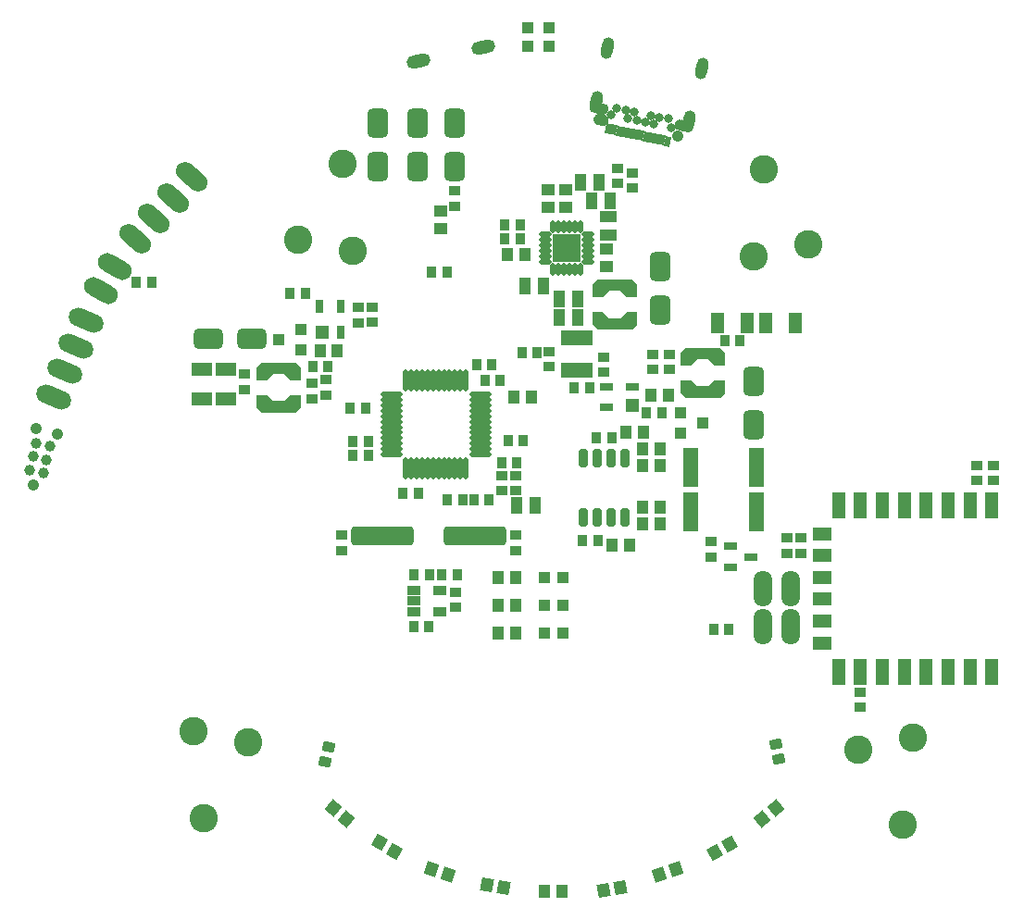
<source format=gts>
G04 Layer_Color=8388736*
%FSLAX25Y25*%
%MOIN*%
G70*
G01*
G75*
%ADD13R,0.07874X0.01968*%
%ADD34R,0.03937X0.03937*%
%ADD35R,0.03937X0.03937*%
G04:AMPARAMS|DCode=92|XSize=106.42mil|YSize=74.93mil|CornerRadius=20.73mil|HoleSize=0mil|Usage=FLASHONLY|Rotation=270.000|XOffset=0mil|YOffset=0mil|HoleType=Round|Shape=RoundedRectangle|*
%AMROUNDEDRECTD92*
21,1,0.10642,0.03347,0,0,270.0*
21,1,0.06496,0.07493,0,0,270.0*
1,1,0.04146,-0.01673,-0.03248*
1,1,0.04146,-0.01673,0.03248*
1,1,0.04146,0.01673,0.03248*
1,1,0.04146,0.01673,-0.03248*
%
%ADD92ROUNDEDRECTD92*%
%ADD93R,0.03556X0.04343*%
G04:AMPARAMS|DCode=94|XSize=20.6mil|YSize=35.56mil|CornerRadius=0mil|HoleSize=0mil|Usage=FLASHONLY|Rotation=168.000|XOffset=0mil|YOffset=0mil|HoleType=Round|Shape=Rectangle|*
%AMROTATEDRECTD94*
4,1,4,0.01377,0.01525,0.00638,-0.01953,-0.01377,-0.01525,-0.00638,0.01953,0.01377,0.01525,0.0*
%
%ADD94ROTATEDRECTD94*%

%ADD95R,0.05721X0.13989*%
%ADD96R,0.04343X0.03556*%
%ADD97R,0.11430X0.05328*%
G04:AMPARAMS|DCode=98|XSize=47.37mil|YSize=43.43mil|CornerRadius=0mil|HoleSize=0mil|Usage=FLASHONLY|Rotation=130.000|XOffset=0mil|YOffset=0mil|HoleType=Round|Shape=Rectangle|*
%AMROTATEDRECTD98*
4,1,4,0.03186,-0.00418,-0.00141,-0.03210,-0.03186,0.00418,0.00141,0.03210,0.03186,-0.00418,0.0*
%
%ADD98ROTATEDRECTD98*%

G04:AMPARAMS|DCode=99|XSize=47.37mil|YSize=43.43mil|CornerRadius=0mil|HoleSize=0mil|Usage=FLASHONLY|Rotation=120.000|XOffset=0mil|YOffset=0mil|HoleType=Round|Shape=Rectangle|*
%AMROTATEDRECTD99*
4,1,4,0.03065,-0.00965,-0.00696,-0.03137,-0.03065,0.00965,0.00696,0.03137,0.03065,-0.00965,0.0*
%
%ADD99ROTATEDRECTD99*%

G04:AMPARAMS|DCode=100|XSize=47.37mil|YSize=43.43mil|CornerRadius=0mil|HoleSize=0mil|Usage=FLASHONLY|Rotation=110.000|XOffset=0mil|YOffset=0mil|HoleType=Round|Shape=Rectangle|*
%AMROTATEDRECTD100*
4,1,4,0.02851,-0.01483,-0.01231,-0.02968,-0.02851,0.01483,0.01231,0.02968,0.02851,-0.01483,0.0*
%
%ADD100ROTATEDRECTD100*%

G04:AMPARAMS|DCode=101|XSize=47.37mil|YSize=43.43mil|CornerRadius=0mil|HoleSize=0mil|Usage=FLASHONLY|Rotation=100.000|XOffset=0mil|YOffset=0mil|HoleType=Round|Shape=Rectangle|*
%AMROTATEDRECTD101*
4,1,4,0.02550,-0.01955,-0.01727,-0.02710,-0.02550,0.01955,0.01727,0.02710,0.02550,-0.01955,0.0*
%
%ADD101ROTATEDRECTD101*%

%ADD102R,0.04343X0.04737*%
G04:AMPARAMS|DCode=103|XSize=47.37mil|YSize=43.43mil|CornerRadius=0mil|HoleSize=0mil|Usage=FLASHONLY|Rotation=80.000|XOffset=0mil|YOffset=0mil|HoleType=Round|Shape=Rectangle|*
%AMROTATEDRECTD103*
4,1,4,0.01727,-0.02710,-0.02550,-0.01955,-0.01727,0.02710,0.02550,0.01955,0.01727,-0.02710,0.0*
%
%ADD103ROTATEDRECTD103*%

G04:AMPARAMS|DCode=104|XSize=47.37mil|YSize=43.43mil|CornerRadius=0mil|HoleSize=0mil|Usage=FLASHONLY|Rotation=70.000|XOffset=0mil|YOffset=0mil|HoleType=Round|Shape=Rectangle|*
%AMROTATEDRECTD104*
4,1,4,0.01231,-0.02968,-0.02851,-0.01483,-0.01231,0.02968,0.02851,0.01483,0.01231,-0.02968,0.0*
%
%ADD104ROTATEDRECTD104*%

G04:AMPARAMS|DCode=105|XSize=47.37mil|YSize=43.43mil|CornerRadius=0mil|HoleSize=0mil|Usage=FLASHONLY|Rotation=60.000|XOffset=0mil|YOffset=0mil|HoleType=Round|Shape=Rectangle|*
%AMROTATEDRECTD105*
4,1,4,0.00696,-0.03137,-0.03065,-0.00965,-0.00696,0.03137,0.03065,0.00965,0.00696,-0.03137,0.0*
%
%ADD105ROTATEDRECTD105*%

G04:AMPARAMS|DCode=106|XSize=47.37mil|YSize=43.43mil|CornerRadius=0mil|HoleSize=0mil|Usage=FLASHONLY|Rotation=50.000|XOffset=0mil|YOffset=0mil|HoleType=Round|Shape=Rectangle|*
%AMROTATEDRECTD106*
4,1,4,0.00141,-0.03210,-0.03186,-0.00418,-0.00141,0.03210,0.03186,0.00418,0.00141,-0.03210,0.0*
%
%ADD106ROTATEDRECTD106*%

G04:AMPARAMS|DCode=107|XSize=43.43mil|YSize=35.56mil|CornerRadius=0mil|HoleSize=0mil|Usage=FLASHONLY|Rotation=192.000|XOffset=0mil|YOffset=0mil|HoleType=Round|Shape=Rectangle|*
%AMROTATEDRECTD107*
4,1,4,0.01755,0.02191,0.02494,-0.01288,-0.01755,-0.02191,-0.02494,0.01288,0.01755,0.02191,0.0*
%
%ADD107ROTATEDRECTD107*%

G04:AMPARAMS|DCode=108|XSize=43.43mil|YSize=35.56mil|CornerRadius=0mil|HoleSize=0mil|Usage=FLASHONLY|Rotation=168.000|XOffset=0mil|YOffset=0mil|HoleType=Round|Shape=Rectangle|*
%AMROTATEDRECTD108*
4,1,4,0.02494,0.01288,0.01755,-0.02191,-0.02494,-0.01288,-0.01755,0.02191,0.02494,0.01288,0.0*
%
%ADD108ROTATEDRECTD108*%

%ADD109R,0.04147X0.05918*%
%ADD110R,0.04737X0.04343*%
%ADD111R,0.05918X0.04147*%
%ADD112R,0.04540X0.07493*%
%ADD113R,0.07493X0.04540*%
G04:AMPARAMS|DCode=114|XSize=106.42mil|YSize=74.93mil|CornerRadius=20.73mil|HoleSize=0mil|Usage=FLASHONLY|Rotation=180.000|XOffset=0mil|YOffset=0mil|HoleType=Round|Shape=RoundedRectangle|*
%AMROUNDEDRECTD114*
21,1,0.10642,0.03347,0,0,180.0*
21,1,0.06496,0.07493,0,0,180.0*
1,1,0.04146,-0.03248,0.01673*
1,1,0.04146,0.03248,0.01673*
1,1,0.04146,0.03248,-0.01673*
1,1,0.04146,-0.03248,-0.01673*
%
%ADD114ROUNDEDRECTD114*%
%ADD115R,0.04737X0.04737*%
%ADD116R,0.04737X0.03162*%
%ADD117R,0.04737X0.04737*%
%ADD118R,0.03162X0.04737*%
%ADD119R,0.04343X0.03950*%
G04:AMPARAMS|DCode=120|XSize=86.74mil|YSize=47.37mil|CornerRadius=0mil|HoleSize=0mil|Usage=FLASHONLY|Rotation=12.000|XOffset=0mil|YOffset=0mil|HoleType=Round|Shape=Round|*
%AMOVALD120*
21,1,0.03937,0.04737,0.00000,0.00000,12.0*
1,1,0.04737,-0.01925,-0.00409*
1,1,0.04737,0.01925,0.00409*
%
%ADD120OVALD120*%

%ADD121R,0.05131X0.03359*%
G04:AMPARAMS|DCode=122|XSize=31.62mil|YSize=65.09mil|CornerRadius=6.01mil|HoleSize=0mil|Usage=FLASHONLY|Rotation=180.000|XOffset=0mil|YOffset=0mil|HoleType=Round|Shape=RoundedRectangle|*
%AMROUNDEDRECTD122*
21,1,0.03162,0.05307,0,0,180.0*
21,1,0.01961,0.06509,0,0,180.0*
1,1,0.01202,-0.00980,0.02653*
1,1,0.01202,0.00980,0.02653*
1,1,0.01202,0.00980,-0.02653*
1,1,0.01202,-0.00980,-0.02653*
%
%ADD122ROUNDEDRECTD122*%
%ADD123O,0.07887X0.01981*%
%ADD124O,0.01981X0.07887*%
%ADD125C,0.03900*%
G04:AMPARAMS|DCode=126|XSize=224.53mil|YSize=67.06mil|CornerRadius=11.38mil|HoleSize=0mil|Usage=FLASHONLY|Rotation=180.000|XOffset=0mil|YOffset=0mil|HoleType=Round|Shape=RoundedRectangle|*
%AMROUNDEDRECTD126*
21,1,0.22453,0.04429,0,0,180.0*
21,1,0.20177,0.06706,0,0,180.0*
1,1,0.02276,-0.10089,0.02215*
1,1,0.02276,0.10089,0.02215*
1,1,0.02276,0.10089,-0.02215*
1,1,0.02276,-0.10089,-0.02215*
%
%ADD126ROUNDEDRECTD126*%
%ADD127O,0.01784X0.04540*%
%ADD128O,0.04540X0.01784*%
%ADD129R,0.10446X0.10446*%
%ADD130R,0.04737X0.09658*%
%ADD131R,0.06706X0.04737*%
%ADD132R,0.05131X0.03162*%
G04:AMPARAMS|DCode=133|XSize=78.87mil|YSize=43.43mil|CornerRadius=0mil|HoleSize=0mil|Usage=FLASHONLY|Rotation=258.000|XOffset=0mil|YOffset=0mil|HoleType=Round|Shape=Round|*
%AMOVALD133*
21,1,0.03543,0.04343,0.00000,0.00000,258.0*
1,1,0.04343,0.00368,0.01733*
1,1,0.04343,-0.00368,-0.01733*
%
%ADD133OVALD133*%

%ADD134C,0.03162*%
G04:AMPARAMS|DCode=135|XSize=70.99mil|YSize=39.5mil|CornerRadius=0mil|HoleSize=0mil|Usage=FLASHONLY|Rotation=348.000|XOffset=0mil|YOffset=0mil|HoleType=Round|Shape=Round|*
%AMOVALD135*
21,1,0.03150,0.03950,0.00000,0.00000,348.0*
1,1,0.03950,-0.01540,0.00327*
1,1,0.03950,0.01540,-0.00327*
%
%ADD135OVALD135*%

%ADD136C,0.04147*%
G04:AMPARAMS|DCode=137|XSize=67.06mil|YSize=130.05mil|CornerRadius=0mil|HoleSize=0mil|Usage=FLASHONLY|Rotation=240.000|XOffset=0mil|YOffset=0mil|HoleType=Round|Shape=Round|*
%AMOVALD137*
21,1,0.06299,0.06706,0.00000,0.00000,330.0*
1,1,0.06706,-0.02728,0.01575*
1,1,0.06706,0.02728,-0.01575*
%
%ADD137OVALD137*%

%ADD138C,0.04200*%
G04:AMPARAMS|DCode=139|XSize=67.06mil|YSize=130.05mil|CornerRadius=0mil|HoleSize=0mil|Usage=FLASHONLY|Rotation=247.000|XOffset=0mil|YOffset=0mil|HoleType=Round|Shape=Round|*
%AMOVALD139*
21,1,0.06299,0.06706,0.00000,0.00000,337.0*
1,1,0.06706,-0.02899,0.01231*
1,1,0.06706,0.02899,-0.01231*
%
%ADD139OVALD139*%

G04:AMPARAMS|DCode=140|XSize=67.06mil|YSize=130.05mil|CornerRadius=0mil|HoleSize=0mil|Usage=FLASHONLY|Rotation=228.000|XOffset=0mil|YOffset=0mil|HoleType=Round|Shape=Round|*
%AMOVALD140*
21,1,0.06299,0.06706,0.00000,0.00000,318.0*
1,1,0.06706,-0.02341,0.02108*
1,1,0.06706,0.02341,-0.02108*
%
%ADD140OVALD140*%

%ADD141O,0.06706X0.13005*%
%ADD142C,0.10249*%
G36*
X16074Y165763D02*
X16547Y165441D01*
X16860Y164962D01*
X16964Y164399D01*
X16904Y164119D01*
X16904D01*
X16800Y163500D01*
X17900Y163400D01*
X18181Y163332D01*
X18652Y162996D01*
X18963Y162508D01*
X19069Y161940D01*
X18955Y161372D01*
X18638Y160889D01*
X18162Y160559D01*
X17598Y160431D01*
X17312Y160477D01*
X14700Y161000D01*
X14422Y161060D01*
X13953Y161383D01*
X13643Y161861D01*
X13540Y162422D01*
X13600Y162700D01*
Y162700D01*
X14100Y164700D01*
X14156Y164980D01*
X14475Y165455D01*
X14952Y165771D01*
X15514Y165879D01*
X16074Y165763D01*
D02*
G37*
G36*
X16816Y160125D02*
X16922Y160102D01*
X18077Y159857D01*
X18183Y159834D01*
X18389Y159767D01*
X18587Y159679D01*
X18775Y159571D01*
X18950Y159443D01*
X19111Y159299D01*
X19256Y159137D01*
X19383Y158962D01*
X19492Y158775D01*
X19580Y158577D01*
X19647Y158371D01*
X19692Y158159D01*
X19714Y157943D01*
Y157727D01*
X19692Y157511D01*
X19647Y157299D01*
X19580Y157093D01*
X19492Y156895D01*
X19383Y156708D01*
X19256Y156532D01*
X19111Y156371D01*
X18950Y156226D01*
X18775Y156099D01*
X18587Y155991D01*
X18389Y155903D01*
X18183Y155836D01*
X17971Y155791D01*
X17756Y155768D01*
X17539Y155768D01*
X17324Y155791D01*
X17218Y155813D01*
X16062Y156059D01*
X15957Y156081D01*
X15751Y156148D01*
X15553Y156236D01*
X15365Y156344D01*
X15190Y156472D01*
X15029Y156617D01*
X14884Y156778D01*
X14757Y156953D01*
X14648Y157141D01*
X14560Y157339D01*
X14493Y157545D01*
X14448Y157756D01*
X14425Y157972D01*
Y158189D01*
X14448Y158404D01*
X14493Y158616D01*
X14560Y158822D01*
X14648Y159020D01*
X14756Y159208D01*
X14884Y159383D01*
X15029Y159544D01*
X15190Y159689D01*
X15365Y159816D01*
X15552Y159924D01*
X15750Y160013D01*
X15957Y160080D01*
X16168Y160125D01*
X16384Y160147D01*
X16600Y160147D01*
X16816Y160125D01*
D02*
G37*
G36*
X27986Y100471D02*
X28038Y100467D01*
X28090Y100457D01*
X28139Y100440D01*
X28187Y100417D01*
X28230Y100388D01*
X28269Y100353D01*
X28269Y100353D01*
D01*
D01*
X30041Y98582D01*
Y98582D01*
X30041D01*
X30076Y98542D01*
X30105Y98499D01*
X30128Y98452D01*
X30136Y98427D01*
X30145Y98402D01*
X30155Y98351D01*
X30158Y98298D01*
Y98298D01*
D01*
X30158Y94361D01*
X30155Y94309D01*
X30145Y94258D01*
X30139Y94241D01*
X30128Y94208D01*
X30105Y94161D01*
X30075Y94117D01*
X30041Y94078D01*
X30041D01*
Y94078D01*
X30002Y94043D01*
X29958Y94014D01*
X29911Y93991D01*
X29878Y93980D01*
X29861Y93974D01*
X29810Y93964D01*
X29757Y93961D01*
X26647D01*
X26595Y93964D01*
X26544Y93974D01*
X26494Y93991D01*
X26447Y94014D01*
X26403Y94043D01*
X26364Y94078D01*
X24198Y96244D01*
X20002Y96244D01*
X17836Y94078D01*
X17797Y94043D01*
X17753Y94014D01*
X17706Y93991D01*
X17657Y93974D01*
X17605Y93964D01*
X17553Y93961D01*
X14443Y93961D01*
X14443D01*
X14443D01*
X14390Y93964D01*
X14339Y93974D01*
X14322Y93980D01*
X14289Y93991D01*
X14242Y94014D01*
X14198Y94043D01*
X14159Y94078D01*
Y94078D01*
X14159D01*
X14124Y94117D01*
X14095Y94161D01*
X14072Y94208D01*
X14061Y94241D01*
X14055Y94258D01*
X14045Y94309D01*
X14042Y94361D01*
Y94361D01*
Y94362D01*
X14042Y98318D01*
X14043Y98342D01*
X14045Y98370D01*
X14045Y98370D01*
Y98370D01*
X14055Y98422D01*
X14063Y98444D01*
X14072Y98471D01*
X14096Y98518D01*
X14125Y98562D01*
X14125Y98562D01*
X14125Y98562D01*
X14132Y98570D01*
X14159Y98601D01*
X15911Y100354D01*
X15911Y100354D01*
X15911Y100354D01*
X15933Y100373D01*
X15950Y100388D01*
X15950Y100388D01*
X15950Y100388D01*
X15979Y100407D01*
X15994Y100417D01*
X15994Y100417D01*
X15994Y100417D01*
X16011Y100426D01*
X16041Y100441D01*
X16091Y100457D01*
X16091Y100457D01*
D01*
X16091Y100457D01*
X16142Y100468D01*
X16194Y100471D01*
X16194D01*
X16195D01*
X27986Y100471D01*
D02*
G37*
G36*
X29757Y88857D02*
X29810Y88853D01*
X29861Y88843D01*
X29878Y88837D01*
X29911Y88826D01*
X29958Y88803D01*
X30002Y88774D01*
X30041Y88739D01*
Y88739D01*
X30041D01*
X30075Y88700D01*
X30105Y88656D01*
X30128Y88609D01*
X30139Y88577D01*
X30145Y88560D01*
X30155Y88508D01*
X30158Y88456D01*
X30158Y84519D01*
Y84519D01*
Y84519D01*
X30155Y84467D01*
X30145Y84415D01*
X30128Y84366D01*
X30116Y84342D01*
X30105Y84319D01*
X30085Y84289D01*
X30076Y84275D01*
X30041Y84236D01*
X30041D01*
Y84236D01*
X28269Y82464D01*
D01*
D01*
X28269Y82464D01*
X28230Y82429D01*
X28187Y82400D01*
X28139Y82377D01*
X28090Y82360D01*
X28038Y82350D01*
X27986Y82347D01*
X16195Y82346D01*
X16194D01*
X16194D01*
X16174Y82348D01*
X16142Y82350D01*
X16142Y82350D01*
X16142D01*
X16132Y82352D01*
X16091Y82360D01*
X16091Y82360D01*
D01*
X16041Y82377D01*
X15995Y82399D01*
X15994Y82400D01*
D01*
X15994Y82400D01*
X15968Y82418D01*
X15950Y82429D01*
X15950Y82429D01*
X15950Y82429D01*
X15935Y82442D01*
X15911Y82464D01*
X15911Y82464D01*
X15911Y82464D01*
X14159Y84216D01*
X14138Y84240D01*
X14125Y84255D01*
X14125Y84255D01*
X14125Y84255D01*
X14096Y84298D01*
X14096Y84299D01*
D01*
X14096Y84299D01*
X14072Y84346D01*
X14066Y84364D01*
X14055Y84396D01*
X14045Y84447D01*
Y84447D01*
X14045Y84447D01*
X14043Y84475D01*
X14042Y84499D01*
X14042Y88456D01*
Y88456D01*
Y88456D01*
X14045Y88508D01*
X14055Y88560D01*
X14067Y88593D01*
X14072Y88609D01*
X14095Y88656D01*
X14124Y88700D01*
X14159Y88739D01*
X14159D01*
Y88739D01*
X14198Y88774D01*
X14242Y88803D01*
X14289Y88826D01*
X14305Y88832D01*
X14339Y88843D01*
X14390Y88853D01*
X14443Y88857D01*
X14443D01*
X14443D01*
X17553Y88857D01*
X17605Y88853D01*
X17657Y88843D01*
X17706Y88826D01*
X17753Y88803D01*
X17797Y88774D01*
X17836Y88739D01*
X20002Y86573D01*
X24198Y86573D01*
X26364Y88739D01*
X26403Y88774D01*
X26447Y88803D01*
X26494Y88826D01*
X26544Y88843D01*
X26595Y88853D01*
X26647Y88857D01*
X29757Y88857D01*
D02*
G37*
G36*
X59662Y75825D02*
X59694Y75823D01*
X59694Y75823D01*
X59694D01*
X59704Y75821D01*
X59746Y75813D01*
X59746Y75813D01*
D01*
X59795Y75796D01*
X59825Y75781D01*
X59842Y75773D01*
X59842Y75773D01*
X59842Y75772D01*
X59857Y75762D01*
X59886Y75743D01*
X59886Y75743D01*
X59886Y75743D01*
X59901Y75730D01*
X59925Y75709D01*
X59925Y75709D01*
X59925Y75709D01*
X61677Y73957D01*
X61704Y73925D01*
X61712Y73917D01*
X61712Y73917D01*
X61712Y73917D01*
X61741Y73874D01*
X61764Y73826D01*
X61773Y73799D01*
X61781Y73777D01*
X61791Y73725D01*
Y73725D01*
X61791Y73725D01*
X61793Y73694D01*
X61794Y73673D01*
X61795Y69717D01*
D01*
Y69717D01*
X61791Y69664D01*
X61781Y69613D01*
X61775Y69596D01*
X61764Y69563D01*
X61741Y69516D01*
X61712Y69473D01*
X61677Y69433D01*
X61677D01*
Y69433D01*
X61638Y69399D01*
X61594Y69369D01*
X61547Y69346D01*
X61514Y69335D01*
X61497Y69329D01*
X61446Y69319D01*
X61394Y69316D01*
D01*
X61394D01*
X58283Y69316D01*
X58231Y69319D01*
X58180Y69329D01*
X58130Y69346D01*
X58083Y69369D01*
X58039Y69398D01*
X58000Y69433D01*
X55834Y71599D01*
X51639Y71599D01*
X49472Y69433D01*
X49433Y69398D01*
X49389Y69369D01*
X49342Y69346D01*
X49293Y69329D01*
X49241Y69319D01*
X49189Y69316D01*
X46079Y69316D01*
X46026Y69319D01*
X45975Y69329D01*
X45941Y69341D01*
X45925Y69346D01*
X45878Y69369D01*
X45835Y69398D01*
X45795Y69433D01*
Y69433D01*
X45795D01*
X45761Y69472D01*
X45732Y69516D01*
X45708Y69563D01*
X45703Y69579D01*
X45691Y69613D01*
X45681Y69664D01*
X45678Y69717D01*
X45678Y73653D01*
Y73653D01*
Y73653D01*
X45681Y73706D01*
X45691Y73757D01*
X45708Y73807D01*
X45720Y73830D01*
X45731Y73854D01*
X45761Y73897D01*
X45795Y73937D01*
X45795D01*
Y73937D01*
X47567Y75708D01*
D01*
D01*
X47567Y75709D01*
X47606Y75743D01*
X47650Y75772D01*
X47697Y75795D01*
X47746Y75812D01*
X47798Y75822D01*
X47850Y75826D01*
X59642Y75826D01*
X59642D01*
X59642D01*
X59662Y75825D01*
D02*
G37*
G36*
X-93067Y70515D02*
X-93014Y70511D01*
X-92963Y70501D01*
X-92913Y70484D01*
X-92898Y70477D01*
X-92866Y70461D01*
X-92823Y70432D01*
X-92783Y70397D01*
X-91012Y68626D01*
X-91012Y68626D01*
X-91012Y68626D01*
X-90977Y68586D01*
X-90965Y68569D01*
X-90948Y68543D01*
X-90926Y68498D01*
X-90925Y68496D01*
X-90908Y68448D01*
X-90908Y68446D01*
D01*
X-90908Y68446D01*
X-90904Y68425D01*
X-90898Y68395D01*
X-90894Y68342D01*
Y68342D01*
Y68342D01*
X-90894Y64406D01*
X-90898Y64353D01*
X-90908Y64302D01*
X-90920Y64268D01*
X-90925Y64252D01*
X-90948Y64205D01*
D01*
X-90948Y64205D01*
X-90963Y64183D01*
X-90977Y64161D01*
X-91012Y64122D01*
X-91012D01*
Y64122D01*
X-91051Y64087D01*
X-91073Y64073D01*
X-91095Y64058D01*
X-91095Y64058D01*
D01*
X-91142Y64035D01*
X-91158Y64030D01*
X-91192Y64018D01*
X-91243Y64008D01*
X-91295Y64005D01*
X-94406Y64005D01*
X-94458Y64008D01*
X-94509Y64018D01*
X-94559Y64035D01*
X-94606Y64058D01*
X-94650Y64087D01*
X-94689Y64122D01*
X-96855Y66288D01*
X-101050Y66288D01*
X-103217Y64122D01*
X-103256Y64087D01*
X-103300Y64058D01*
X-103347Y64035D01*
X-103396Y64018D01*
X-103439Y64010D01*
X-103448Y64008D01*
X-103500Y64005D01*
D01*
X-103500D01*
X-106610Y64005D01*
X-106663Y64008D01*
X-106714Y64018D01*
X-106731Y64024D01*
X-106764Y64035D01*
X-106811Y64058D01*
X-106854Y64087D01*
X-106894Y64122D01*
Y64122D01*
X-106894D01*
X-106928Y64161D01*
X-106957Y64205D01*
X-106981Y64252D01*
X-106992Y64285D01*
X-106998Y64302D01*
X-107008Y64353D01*
X-107011Y64406D01*
X-107011Y68362D01*
X-107009Y68386D01*
X-107008Y68414D01*
X-107008Y68414D01*
Y68414D01*
X-106997Y68466D01*
X-106989Y68491D01*
X-106981Y68515D01*
X-106957Y68563D01*
X-106957Y68563D01*
D01*
X-106957Y68563D01*
X-106928Y68606D01*
X-106894Y68646D01*
X-105142Y70398D01*
X-105142Y70398D01*
X-105142Y70398D01*
X-105118Y70419D01*
X-105103Y70432D01*
X-105102Y70432D01*
X-105102Y70432D01*
X-105085Y70444D01*
X-105059Y70461D01*
X-105059Y70461D01*
D01*
X-105058Y70462D01*
X-105012Y70485D01*
X-104962Y70502D01*
D01*
X-104962Y70502D01*
X-104928Y70508D01*
X-104911Y70512D01*
X-104911D01*
X-104911Y70512D01*
X-104883Y70514D01*
X-104859Y70515D01*
X-104858D01*
X-104858D01*
X-93067Y70515D01*
D02*
G37*
G36*
X61394Y64212D02*
D01*
X61394D01*
X61446Y64209D01*
X61497Y64198D01*
X61547Y64181D01*
X61570Y64170D01*
X61594Y64158D01*
X61638Y64129D01*
X61677Y64095D01*
Y64095D01*
X61677D01*
X61712Y64055D01*
X61741Y64012D01*
X61753Y63988D01*
X61764Y63964D01*
X61781Y63915D01*
X61791Y63863D01*
X61795Y63811D01*
D01*
Y63811D01*
X61794Y59855D01*
X61793Y59831D01*
X61791Y59802D01*
X61791Y59802D01*
Y59802D01*
X61781Y59751D01*
X61767Y59710D01*
X61764Y59701D01*
X61764Y59701D01*
X61764Y59701D01*
X61757Y59687D01*
X61741Y59654D01*
X61741Y59654D01*
D01*
X61741Y59654D01*
X61712Y59610D01*
X61677Y59571D01*
X59925Y57819D01*
X59925Y57819D01*
X59925Y57819D01*
X59901Y57798D01*
X59886Y57784D01*
X59886Y57784D01*
X59886Y57784D01*
X59869Y57773D01*
X59842Y57755D01*
X59842Y57755D01*
D01*
X59841Y57754D01*
X59795Y57732D01*
X59746Y57715D01*
D01*
X59746Y57715D01*
X59704Y57707D01*
X59694Y57705D01*
X59694D01*
X59694Y57705D01*
X59662Y57703D01*
X59642Y57701D01*
X59642D01*
X59642D01*
X47850Y57702D01*
X47798Y57705D01*
X47746Y57715D01*
X47697Y57732D01*
X47681Y57740D01*
X47650Y57755D01*
X47606Y57785D01*
X47567Y57819D01*
X45795Y59591D01*
X45795Y59591D01*
X45795Y59591D01*
X45787Y59600D01*
X45761Y59630D01*
X45731Y59674D01*
X45709Y59718D01*
X45708Y59721D01*
X45692Y59769D01*
X45691Y59770D01*
D01*
X45691Y59770D01*
X45687Y59791D01*
X45681Y59822D01*
X45678Y59874D01*
Y59874D01*
Y59874D01*
X45678Y63811D01*
X45681Y63863D01*
X45691Y63915D01*
X45703Y63949D01*
X45708Y63964D01*
X45732Y64012D01*
D01*
X45732Y64012D01*
X45746Y64033D01*
X45761Y64055D01*
X45795Y64095D01*
X45795D01*
Y64095D01*
X45835Y64129D01*
X45856Y64144D01*
X45878Y64158D01*
X45878Y64158D01*
D01*
X45925Y64181D01*
X45941Y64187D01*
X45975Y64198D01*
X46026Y64209D01*
X46079Y64212D01*
X49189Y64212D01*
X49241Y64209D01*
X49293Y64198D01*
X49342Y64181D01*
X49389Y64158D01*
X49433Y64129D01*
X49472Y64095D01*
X51639Y61928D01*
X55834Y61928D01*
X58000Y64095D01*
X58039Y64129D01*
X58083Y64158D01*
X58130Y64181D01*
X58180Y64198D01*
X58231Y64209D01*
X58284Y64212D01*
X61394Y64212D01*
D02*
G37*
G36*
X-91295Y58901D02*
X-91243Y58897D01*
X-91192Y58887D01*
X-91158Y58876D01*
X-91142Y58870D01*
X-91095Y58847D01*
D01*
X-91095Y58847D01*
X-91051Y58818D01*
X-91022Y58792D01*
X-91012Y58783D01*
X-91012Y58783D01*
X-91012Y58783D01*
X-91003Y58774D01*
X-90977Y58744D01*
X-90948Y58700D01*
X-90948Y58700D01*
D01*
X-90925Y58653D01*
X-90920Y58637D01*
X-90908Y58604D01*
X-90898Y58552D01*
X-90894Y58500D01*
X-90894Y54563D01*
X-90898Y54511D01*
X-90908Y54459D01*
X-90925Y54410D01*
X-90948Y54363D01*
X-90977Y54319D01*
X-91012Y54280D01*
X-92783Y52508D01*
D01*
D01*
X-92783Y52508D01*
X-92823Y52473D01*
X-92866Y52444D01*
X-92913Y52421D01*
X-92963Y52404D01*
X-93014Y52394D01*
X-93067Y52391D01*
X-104858Y52390D01*
X-104858D01*
X-104858D01*
X-104911Y52394D01*
X-104962Y52404D01*
X-104962Y52404D01*
D01*
X-104962Y52404D01*
X-105012Y52421D01*
X-105042Y52436D01*
X-105059Y52444D01*
X-105059Y52444D01*
X-105059Y52444D01*
X-105068Y52450D01*
X-105102Y52473D01*
X-105142Y52508D01*
X-105142Y52508D01*
X-105142Y52508D01*
X-106894Y54260D01*
X-106913Y54282D01*
X-106928Y54299D01*
X-106928Y54299D01*
X-106928Y54299D01*
X-106957Y54343D01*
X-106981Y54390D01*
X-106990Y54418D01*
X-106997Y54440D01*
X-107008Y54491D01*
Y54491D01*
X-107008Y54491D01*
X-107010Y54523D01*
X-107011Y54543D01*
X-107011Y58500D01*
Y58500D01*
D01*
X-107008Y58552D01*
X-106998Y58604D01*
X-106992Y58621D01*
X-106981Y58653D01*
X-106957Y58700D01*
X-106928Y58744D01*
X-106894Y58783D01*
X-106894D01*
Y58783D01*
X-106854Y58818D01*
X-106811Y58847D01*
X-106764Y58870D01*
X-106731Y58881D01*
X-106714Y58887D01*
X-106663Y58897D01*
X-106610Y58901D01*
X-106610D01*
D01*
X-103500Y58901D01*
X-103500D01*
D01*
X-103448Y58897D01*
X-103396Y58887D01*
X-103347Y58870D01*
X-103300Y58847D01*
X-103256Y58818D01*
X-103217Y58784D01*
X-101050Y56617D01*
X-96855D01*
X-94689Y58784D01*
X-94650Y58818D01*
X-94606Y58847D01*
X-94560Y58870D01*
X-94559Y58870D01*
X-94535Y58879D01*
X-94509Y58887D01*
X-94458Y58898D01*
X-94406Y58901D01*
X-94406D01*
X-94406D01*
X-91295Y58901D01*
D02*
G37*
D13*
X22100Y98200D02*
D03*
X22100Y84617D02*
D03*
X53736Y73555D02*
D03*
X53736Y59973D02*
D03*
X-98953Y54661D02*
D03*
X-98953Y68244D02*
D03*
D34*
X-9353Y191226D02*
D03*
X-9353Y184533D02*
D03*
X-1479Y191226D02*
D03*
X-1479Y184533D02*
D03*
D35*
X-3347Y-16800D02*
D03*
X3347Y-16800D02*
D03*
X-3346Y-26800D02*
D03*
X3347Y-26800D02*
D03*
X-3347Y-6800D02*
D03*
X3347Y-6800D02*
D03*
D92*
X38500Y89326D02*
D03*
X38500Y105074D02*
D03*
X-63200Y156874D02*
D03*
X-63200Y141126D02*
D03*
X72000Y63874D02*
D03*
Y48126D02*
D03*
X-49000Y141126D02*
D03*
Y156874D02*
D03*
X-35500Y141126D02*
D03*
Y156874D02*
D03*
D93*
X-22244Y69600D02*
D03*
X-27756D02*
D03*
X33444Y52400D02*
D03*
X38956D02*
D03*
X-94856Y95500D02*
D03*
X-89344Y95500D02*
D03*
X-50356Y-24500D02*
D03*
X-44844Y-24500D02*
D03*
X-54156Y23500D02*
D03*
X-48644Y23500D02*
D03*
X-34744Y-6000D02*
D03*
X-40256Y-6000D02*
D03*
X-24756Y64000D02*
D03*
X-19244Y64000D02*
D03*
X-50256Y-6000D02*
D03*
X-44744Y-6000D02*
D03*
X-32744Y21000D02*
D03*
X-38256Y21000D02*
D03*
X-13144Y34300D02*
D03*
X-18656Y34300D02*
D03*
X-67644Y54000D02*
D03*
X-73156Y54000D02*
D03*
X67156Y78500D02*
D03*
X61644Y78500D02*
D03*
X-16356Y42500D02*
D03*
X-10844D02*
D03*
X12956Y61400D02*
D03*
X7444Y61400D02*
D03*
X-43956Y103200D02*
D03*
X-38444D02*
D03*
X-144744Y99500D02*
D03*
X-150256Y99500D02*
D03*
X-28756Y21000D02*
D03*
X-23244D02*
D03*
X15935Y6417D02*
D03*
X10423Y6417D02*
D03*
X20935Y43417D02*
D03*
X15423Y43417D02*
D03*
X-11356Y74200D02*
D03*
X-5844Y74200D02*
D03*
X-66644Y37200D02*
D03*
X-72156Y37200D02*
D03*
X-66644Y42000D02*
D03*
X-72156Y42000D02*
D03*
X-17533Y115096D02*
D03*
X-12021D02*
D03*
Y119996D02*
D03*
X-17533D02*
D03*
X-86700Y69000D02*
D03*
X-81188Y69000D02*
D03*
X57544Y-25500D02*
D03*
X63056Y-25500D02*
D03*
D94*
X19803Y154720D02*
D03*
X21729Y154311D02*
D03*
X23654Y153902D02*
D03*
X25579Y153492D02*
D03*
X27505Y153083D02*
D03*
X29430Y152674D02*
D03*
X31356Y152265D02*
D03*
X33281Y151855D02*
D03*
X35207Y151446D02*
D03*
X37132Y151037D02*
D03*
X39058Y150628D02*
D03*
X40983Y150218D02*
D03*
D95*
X49289Y32800D02*
D03*
X72911Y32800D02*
D03*
X49289Y16900D02*
D03*
X72911D02*
D03*
D96*
X-65200Y84944D02*
D03*
X-65200Y90456D02*
D03*
X-70247Y84883D02*
D03*
X-70247Y90395D02*
D03*
X-87053Y62917D02*
D03*
X-87053Y57406D02*
D03*
X-81799Y64367D02*
D03*
Y58855D02*
D03*
X41736Y68008D02*
D03*
Y73520D02*
D03*
X35736Y68008D02*
D03*
Y73520D02*
D03*
X-35300Y-12144D02*
D03*
X-35300Y-17656D02*
D03*
X-18500Y24244D02*
D03*
X-18500Y29756D02*
D03*
X-13500Y24244D02*
D03*
X-13500Y29756D02*
D03*
X-76200Y2744D02*
D03*
X-76200Y8256D02*
D03*
X-13700Y2744D02*
D03*
X-13700Y8256D02*
D03*
X18100Y67044D02*
D03*
X18100Y72556D02*
D03*
X-111300Y66312D02*
D03*
X-111300Y60800D02*
D03*
X28400Y133344D02*
D03*
X28400Y138856D02*
D03*
X-35500Y126744D02*
D03*
X-35500Y132256D02*
D03*
X-1600Y69044D02*
D03*
Y74556D02*
D03*
X84000Y7256D02*
D03*
Y1744D02*
D03*
X89000Y7256D02*
D03*
Y1744D02*
D03*
X158500Y33512D02*
D03*
X158500Y28000D02*
D03*
X152500Y33512D02*
D03*
X152500Y28000D02*
D03*
X110500Y-48244D02*
D03*
Y-53756D02*
D03*
X22900Y135044D02*
D03*
X22900Y140556D02*
D03*
X56700Y6056D02*
D03*
Y544D02*
D03*
D97*
X8300Y67594D02*
D03*
Y79405D02*
D03*
D98*
X75174Y-94049D02*
D03*
X80000Y-90000D02*
D03*
D99*
X58000Y-106000D02*
D03*
X63455Y-102850D02*
D03*
D100*
X38040Y-114077D02*
D03*
X43960Y-111923D02*
D03*
D101*
X17898Y-119547D02*
D03*
X24102Y-118453D02*
D03*
D102*
X-3150Y-120000D02*
D03*
X3150Y-120000D02*
D03*
X32030Y18417D02*
D03*
X38329Y18417D02*
D03*
X32030Y39417D02*
D03*
X38329Y39417D02*
D03*
X-14350Y58000D02*
D03*
X-8050Y58000D02*
D03*
X-10272Y109296D02*
D03*
X-16571D02*
D03*
X41250Y58600D02*
D03*
X34950D02*
D03*
X-84102Y74661D02*
D03*
X-77803D02*
D03*
X32030Y12417D02*
D03*
X38329Y12417D02*
D03*
X-20000Y-16800D02*
D03*
X-13701Y-16800D02*
D03*
X32030Y33417D02*
D03*
X38329Y33417D02*
D03*
X-20000Y-26800D02*
D03*
X-13701Y-26800D02*
D03*
X-20000Y-6800D02*
D03*
X-13701Y-6800D02*
D03*
X21050Y4800D02*
D03*
X27350Y4800D02*
D03*
X26030Y45417D02*
D03*
X32329Y45417D02*
D03*
D103*
X-24102Y-117453D02*
D03*
X-17898Y-118547D02*
D03*
D104*
X-43960Y-111923D02*
D03*
X-38040Y-114077D02*
D03*
D105*
X-62728Y-102425D02*
D03*
X-57272Y-105575D02*
D03*
D106*
X-79413Y-89976D02*
D03*
X-74587Y-94024D02*
D03*
D107*
X79927Y-66804D02*
D03*
X81073Y-72196D02*
D03*
D108*
X-81000Y-68000D02*
D03*
X-82146Y-73391D02*
D03*
D109*
X16425Y135396D02*
D03*
X9732D02*
D03*
X13632Y128696D02*
D03*
X20325Y128696D02*
D03*
X2154Y93500D02*
D03*
X8846Y93500D02*
D03*
X2132Y86896D02*
D03*
X8825Y86896D02*
D03*
X-3554Y98200D02*
D03*
X-10246Y98200D02*
D03*
X-6654Y19000D02*
D03*
X-13346Y19000D02*
D03*
D110*
X19178Y111446D02*
D03*
X19178Y105147D02*
D03*
X-1822Y126446D02*
D03*
X-1822Y132746D02*
D03*
X4378Y126446D02*
D03*
X4378Y132746D02*
D03*
X-40781Y125006D02*
D03*
Y118706D02*
D03*
D111*
X19679Y116450D02*
D03*
Y123143D02*
D03*
D112*
X58985Y84800D02*
D03*
X69615Y84800D02*
D03*
X86915Y84700D02*
D03*
X76285Y84700D02*
D03*
D113*
X-126700Y57485D02*
D03*
X-126700Y68115D02*
D03*
X-117800Y57485D02*
D03*
X-117800Y68115D02*
D03*
D114*
X-124274Y79200D02*
D03*
X-108526Y79200D02*
D03*
D115*
X28388Y55208D02*
D03*
D116*
X28388Y61901D02*
D03*
X18939Y61901D02*
D03*
X18939Y54420D02*
D03*
D117*
X-83453Y81276D02*
D03*
D118*
X-76760Y81276D02*
D03*
X-76760Y90724D02*
D03*
X-84240Y90724D02*
D03*
D119*
X45862Y52504D02*
D03*
Y45024D02*
D03*
X53736Y48764D02*
D03*
X-91016Y74921D02*
D03*
X-91016Y82402D02*
D03*
X-98890Y78661D02*
D03*
D120*
X-25447Y183956D02*
D03*
X-48553Y179044D02*
D03*
D121*
X-40975Y-11660D02*
D03*
X-40976Y-19140D02*
D03*
X-50424Y-19140D02*
D03*
X-50424Y-15400D02*
D03*
X-50424Y-11660D02*
D03*
D122*
X25679Y36146D02*
D03*
X20679Y36146D02*
D03*
X15679Y36146D02*
D03*
X10679Y36146D02*
D03*
X25679Y14689D02*
D03*
X20679Y14689D02*
D03*
X15679D02*
D03*
X10679Y14689D02*
D03*
D123*
X-58345Y37373D02*
D03*
X-58345Y39342D02*
D03*
X-58345Y41310D02*
D03*
X-58345Y43279D02*
D03*
X-58345Y45247D02*
D03*
X-58345Y47216D02*
D03*
X-58345Y49184D02*
D03*
X-58345Y51153D02*
D03*
X-58345Y53121D02*
D03*
X-58345Y55090D02*
D03*
X-58345Y57058D02*
D03*
X-58345Y59027D02*
D03*
X-26455Y59027D02*
D03*
Y57058D02*
D03*
Y55090D02*
D03*
X-26455Y53121D02*
D03*
X-26455Y51153D02*
D03*
X-26455Y49184D02*
D03*
X-26455Y47216D02*
D03*
X-26455Y45247D02*
D03*
X-26455Y43279D02*
D03*
Y41310D02*
D03*
X-26455Y39342D02*
D03*
X-26455Y37373D02*
D03*
D124*
X-53227Y64145D02*
D03*
X-51258Y64145D02*
D03*
X-49290Y64145D02*
D03*
X-47321Y64145D02*
D03*
X-45353Y64145D02*
D03*
X-43384Y64145D02*
D03*
X-41416Y64145D02*
D03*
X-39447Y64145D02*
D03*
X-37479Y64145D02*
D03*
X-35510Y64145D02*
D03*
X-33542Y64145D02*
D03*
X-31573Y64145D02*
D03*
X-31573Y32255D02*
D03*
X-33542Y32255D02*
D03*
X-35510Y32255D02*
D03*
X-37479Y32255D02*
D03*
X-39447Y32255D02*
D03*
X-41416Y32255D02*
D03*
X-43384Y32255D02*
D03*
X-45353Y32255D02*
D03*
X-47321Y32255D02*
D03*
X-49290Y32255D02*
D03*
X-51258Y32255D02*
D03*
X-53227Y32255D02*
D03*
D125*
X-183710Y30649D02*
D03*
X-188561Y31858D02*
D03*
X-182500Y35500D02*
D03*
X-186142Y41561D02*
D03*
X-181290Y40352D02*
D03*
X-187352Y36710D02*
D03*
D126*
X-61632Y8200D02*
D03*
X-28168Y8200D02*
D03*
D127*
X9600Y119473D02*
D03*
X7631Y119473D02*
D03*
X5663Y119473D02*
D03*
X3694Y119473D02*
D03*
X1726D02*
D03*
X-243Y119473D02*
D03*
X-243Y104119D02*
D03*
X1726Y104119D02*
D03*
X3694D02*
D03*
X5663Y104119D02*
D03*
X7631Y104119D02*
D03*
X9600D02*
D03*
D128*
X-2999Y116717D02*
D03*
X-2999Y114749D02*
D03*
X-2999Y112780D02*
D03*
X-2999Y110812D02*
D03*
X-2999Y108843D02*
D03*
Y106875D02*
D03*
X12356Y106875D02*
D03*
X12356Y108843D02*
D03*
Y110812D02*
D03*
X12356Y112780D02*
D03*
X12356Y114749D02*
D03*
X12356Y116717D02*
D03*
D129*
X4679Y111796D02*
D03*
D130*
X102630Y-40800D02*
D03*
X110504D02*
D03*
X118378Y-40800D02*
D03*
X126252Y-40800D02*
D03*
X134126Y-40800D02*
D03*
X142000D02*
D03*
X149874Y-40800D02*
D03*
X157748Y-40800D02*
D03*
Y19239D02*
D03*
X149874Y19239D02*
D03*
X142000Y19239D02*
D03*
X134126Y19239D02*
D03*
X126252Y19239D02*
D03*
X118378Y19239D02*
D03*
X110504Y19239D02*
D03*
X102630Y19239D02*
D03*
D131*
X96724Y8905D02*
D03*
X96724Y1031D02*
D03*
X96724Y-6843D02*
D03*
X96724Y-14717D02*
D03*
X96724Y-22591D02*
D03*
X96724Y-30465D02*
D03*
D132*
X63560Y4240D02*
D03*
Y-3240D02*
D03*
X71040Y500D02*
D03*
D133*
X19400Y183600D02*
D03*
X53300Y176400D02*
D03*
X15486Y164332D02*
D03*
X48836Y157243D02*
D03*
D134*
X22796Y162174D02*
D03*
X25877Y161519D02*
D03*
X28958Y160864D02*
D03*
X41281Y158245D02*
D03*
X38200Y158900D02*
D03*
X35119Y159555D02*
D03*
X20683Y159806D02*
D03*
X26844Y158496D02*
D03*
X29925Y157841D02*
D03*
X42248Y155222D02*
D03*
X36087Y156532D02*
D03*
X33006Y157187D02*
D03*
D135*
X47175Y155584D02*
D03*
X16329Y162140D02*
D03*
D136*
X17070Y157958D02*
D03*
X44797Y152064D02*
D03*
D137*
X-163000Y96340D02*
D03*
X-158000Y105000D02*
D03*
D138*
X-178625Y44840D02*
D03*
X-186388Y46775D02*
D03*
X-187345Y26402D02*
D03*
D139*
X-179920Y58103D02*
D03*
X-176013Y67308D02*
D03*
X-172106Y76513D02*
D03*
X-168198Y85718D02*
D03*
D140*
X-150500Y115000D02*
D03*
X-143809Y122431D02*
D03*
X-137117Y129863D02*
D03*
X-130426Y137294D02*
D03*
D141*
X85500Y-24500D02*
D03*
X75500Y-24500D02*
D03*
X85500Y-11000D02*
D03*
X75500D02*
D03*
D142*
X72044Y108734D02*
D03*
X91683Y112909D02*
D03*
X75643Y140088D02*
D03*
X-91928Y114903D02*
D03*
X-72289Y110729D02*
D03*
X-75888Y142082D02*
D03*
X-109923Y-66329D02*
D03*
X-129563Y-62154D02*
D03*
X-125964Y-93508D02*
D03*
X129399Y-64646D02*
D03*
X109759Y-68821D02*
D03*
X125800Y-96000D02*
D03*
M02*

</source>
